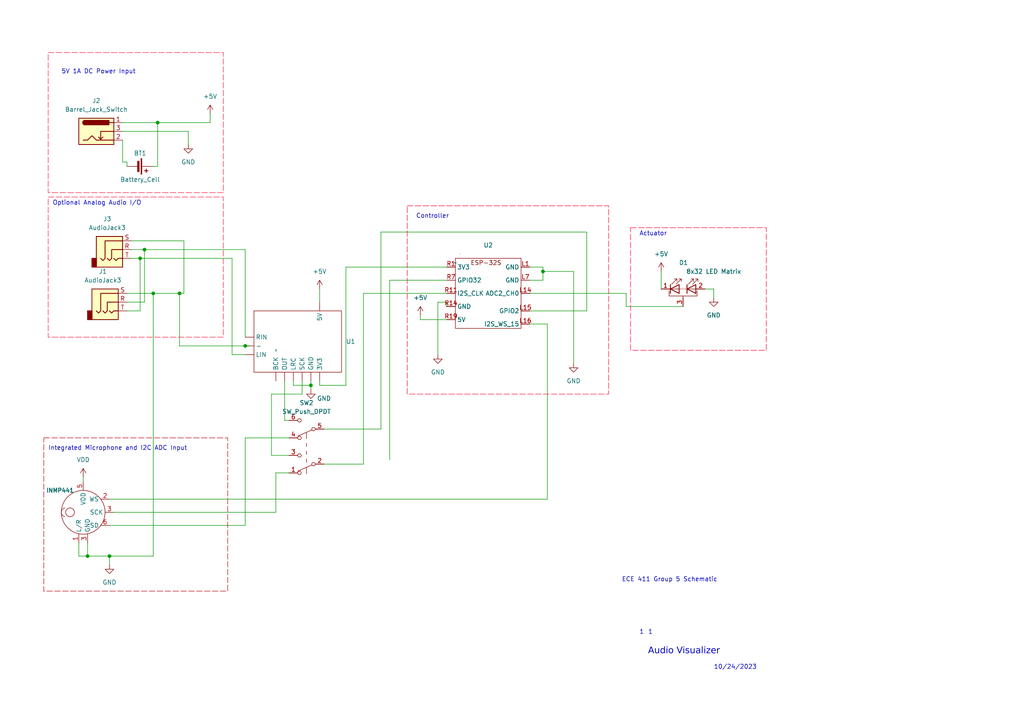
<source format=kicad_sch>
(kicad_sch (version 20230121) (generator eeschema)
  (paper "A4")
  (lib_symbols
    (symbol "Connector:Barrel_Jack_Switch" (pin_names hide)
      (property "Reference" "J" (at 0 5.334 0))
      (property "Value" "Barrel_Jack_Switch" (at 0 -5.08 0))
      (symbol "Barrel_Jack_Switch_0_1"
        (rectangle (start -5.08 3.81) (end 5.08 -3.81) (stroke (width 0.254)) (fill (type background)))
        (arc (start -3.302 3.175) (mid -3.9343 2.54) (end -3.302 1.905) (stroke (width 0.254)))
        (arc (start -3.302 3.175) (mid -3.9343 2.54) (end -3.302 1.905) (stroke (width 0.254)) (fill (type outline)))
        (polyline (pts (xy 1.27 -2.286) (xy 1.905 -1.651)) (stroke (width 0.254)))
        (polyline (pts (xy 5.08 2.54) (xy 3.81 2.54)) (stroke (width 0.254)))
        (polyline (pts (xy 5.08 0) (xy 1.27 0) (xy 1.27 -2.286) (xy 0.635 -1.651)) (stroke (width 0.254)))
        (polyline (pts (xy -3.81 -2.54) (xy -2.54 -2.54) (xy -1.27 -1.27) (xy 0 -2.54) (xy 2.54 -2.54) (xy 5.08 -2.54)) (stroke (width 0.254)))
        (rectangle (start 3.683 3.175) (end -3.302 1.905) (stroke (width 0.254)) (fill (type outline)))
      )
      (symbol "Barrel_Jack_Switch_1_1"
        (pin passive line (at 7.62 2.54 180) (length 2.54) (name "~") (number "1"))
        (pin passive line (at 7.62 -2.54 180) (length 2.54) (name "~") (number "2"))
        (pin passive line (at 7.62 0 180) (length 2.54) (name "~") (number "3"))
      )
    )
    (symbol "Connector_Audio:AudioJack3"
      (property "Reference" "J" (at 0 8.89 0))
      (property "Value" "AudioJack3" (at 0 6.35 0))
      (symbol "AudioJack3_0_1"
        (rectangle (start -5.08 -5.08) (end -6.35 -2.54) (stroke (width 0.254)) (fill (type outline)))
        (polyline (pts (xy 0 -2.54) (xy 0.635 -3.175) (xy 1.27 -2.54) (xy 2.54 -2.54)) (stroke (width 0.254)))
        (polyline (pts (xy -1.905 -2.54) (xy -1.27 -3.175) (xy -0.635 -2.54) (xy -0.635 0) (xy 2.54 0)) (stroke (width 0.254)))
        (polyline (pts (xy 2.54 2.54) (xy -2.54 2.54) (xy -2.54 -2.54) (xy -3.175 -3.175) (xy -3.81 -2.54)) (stroke (width 0.254)))
        (rectangle (start 2.54 3.81) (end -5.08 -5.08) (stroke (width 0.254)) (fill (type background)))
      )
      (symbol "AudioJack3_1_1"
        (pin passive line (at 5.08 0 180) (length 2.54) (name "~") (number "R"))
        (pin passive line (at 5.08 2.54 180) (length 2.54) (name "~") (number "S"))
        (pin passive line (at 5.08 -2.54 180) (length 2.54) (name "~") (number "T"))
      )
    )
    (symbol "Device:Battery_Cell" (pin_numbers hide) (pin_names (offset 0) hide)
      (property "Reference" "BT" (at 2.54 2.54 0))
      (property "Value" "Battery_Cell" (at 2.54 0 0))
      (symbol "Battery_Cell_0_1"
        (rectangle (start -2.286 1.778) (end 2.286 1.524) (fill (type outline)))
        (rectangle (start -1.524 1.016) (end 1.524 0.508) (fill (type outline)))
        (polyline (pts (xy 0 0.762) (xy 0 0)))
        (polyline (pts (xy 0 1.778) (xy 0 2.54)))
        (polyline (pts (xy 0.762 3.048) (xy 1.778 3.048)) (stroke (width 0.254)))
        (polyline (pts (xy 1.27 3.556) (xy 1.27 2.54)) (stroke (width 0.254)))
      )
      (symbol "Battery_Cell_1_1"
        (pin passive line (at 0 5.08 270) (length 2.54) (name "+") (number "1"))
        (pin passive line (at 0 -2.54 90) (length 2.54) (name "-") (number "2"))
      )
    )
    (symbol "Device:LED_Series_Pad" (pin_names (offset 1.016) hide)
      (property "Reference" "D" (at 0 5.715 0))
      (property "Value" "LED_Series_Pad" (at 0 3.81 0))
      (symbol "LED_Series_Pad_0_1"
        (polyline (pts (xy -3.81 0) (xy -1.016 0)))
        (polyline (pts (xy -3.683 -1.27) (xy -3.683 1.27)) (stroke (width 0.254)))
        (polyline (pts (xy -0.508 0) (xy -0.762 0)))
        (polyline (pts (xy 0 -2.54) (xy 0 -2.032)))
        (polyline (pts (xy 0.127 0) (xy -0.127 0)))
        (polyline (pts (xy 0.508 0) (xy 0.762 0)))
        (polyline (pts (xy 1.016 0) (xy 3.81 0)))
        (polyline (pts (xy 1.143 -1.27) (xy 1.143 1.27)) (stroke (width 0.254)))
        (polyline (pts (xy -4.064 -0.508) (xy -4.064 -2.032) (xy 4.064 -2.032) (xy 4.064 -0.508)))
        (polyline (pts (xy -1.143 -1.27) (xy -1.143 1.27) (xy -3.683 0) (xy -1.143 -1.27)) (stroke (width 0.254)))
        (polyline (pts (xy 3.683 -1.27) (xy 3.683 1.27) (xy 1.143 0) (xy 3.683 -1.27)) (stroke (width 0.254)))
        (polyline (pts (xy -3.302 1.397) (xy -1.778 2.921) (xy -2.54 2.921) (xy -1.778 2.921) (xy -1.778 2.159)))
        (polyline (pts (xy -2.032 1.397) (xy -0.508 2.921) (xy -1.27 2.921) (xy -0.508 2.921) (xy -0.508 2.159)))
        (polyline (pts (xy 1.524 1.397) (xy 3.048 2.921) (xy 2.286 2.921) (xy 3.048 2.921) (xy 3.048 2.159)))
        (polyline (pts (xy 2.794 1.397) (xy 4.318 2.921) (xy 3.556 2.921) (xy 4.318 2.921) (xy 4.318 2.159)))
      )
      (symbol "LED_Series_Pad_1_1"
        (pin passive line (at -6.35 0 0) (length 2.54) (name "K") (number "1"))
        (pin passive line (at 6.35 0 180) (length 2.54) (name "A") (number "2"))
        (pin passive line (at 0 -5.08 90) (length 2.54) (name "PAD") (number "3"))
      )
    )
    (symbol "ESP32_Spectogram_controller_1"
      (property "Reference" "U" (at 12.7 -6.35 0))
      (symbol "ESP32_Spectogram_controller_1_0_1"
        (rectangle (start 15.24 -8.89) (end 34.29 -29.21))
        (rectangle (start 16.51 -7.62) (end 16.51 -7.62))
      )
      (symbol "ESP32_Spectogram_controller_1_1_1"
        (text "ESP-32S" (at 24.13 -10.16 0) (effects (font (size 1.27 1.27))))
        (pin input line (at 36.83 -11.43 180) (length 2.54) (name "GND") (number "L1"))
        (pin input line (at 36.83 -19.05 180) (length 2.54) (name "ADC2_CH0") (number "L14"))
        (pin input line (at 36.83 -24.13 180) (length 2.54) (name "GPIO2") (number "L15"))
        (pin input line (at 36.83 -27.94 180) (length 2.54) (name "I2S_WS_15") (number "L16"))
        (pin input line (at 36.83 -15.24 180) (length 2.54) (name "GND") (number "L7"))
        (pin power_out line (at 12.7 -11.43 0) (length 2.54) (name "3V3") (number "R1"))
        (pin input line (at 12.7 -19.05 0) (length 2.54) (name "I2S_CLK") (number "R11"))
        (pin input line (at 12.7 -22.86 0) (length 2.54) (name "GND") (number "R14"))
        (pin power_out line (at 12.7 -26.67 0) (length 2.54) (name "5V") (number "R19"))
        (pin input line (at 12.7 -15.24 0) (length 2.54) (name "GPIO32") (number "R7"))
      )
    )
    (symbol "MCU_Module:CJMCU-1808"
      (property "Reference" "U" (at -3.81 -5.08 0))
      (symbol "CJMCU-1808_0_1"
        (rectangle (start -11.43 6.35) (end 6.35 -19.05))
      )
      (symbol "CJMCU-1808_1_1"
        (pin input line (at -1.27 8.89 270) (length 2.54) (name "-") (number ""))
        (pin power_in line (at 8.89 -12.7 180) (length 2.54) (name "3V3") (number ""))
        (pin power_in line (at -13.97 -12.7 0) (length 2.54) (name "5V") (number ""))
        (pin input line (at 8.89 0 180) (length 2.54) (name "BCK") (number ""))
        (pin power_out line (at 8.89 -10.16 180) (length 2.54) (name "GND") (number ""))
        (pin input line (at 1.27 8.89 270) (length 2.54) (name "LIN") (number ""))
        (pin input line (at 8.89 -5.08 180) (length 2.54) (name "LRC") (number ""))
        (pin input line (at 8.89 -2.54 180) (length 2.54) (name "OUT") (number ""))
        (pin input line (at -3.81 8.89 270) (length 2.54) (name "RIN") (number ""))
        (pin input line (at 8.89 -7.62 180) (length 2.54) (name "SCK") (number ""))
      )
    )
    (symbol "Sensor_Audio:SPH0645LM4H"
      (property "Value" "INMP441" (at -2.54 1.27 0))
      (symbol "SPH0645LM4H_0_1"
        (rectangle (start -6.35 0) (end -6.35 0))
        (arc (start -5.3312 1.27) (mid -6.3746 0) (end -5.3312 -1.27))
        (circle (center -3.81 0) (radius 1.27))
        (circle (center 0 0) (radius 6.35))
      )
      (symbol "SPH0645LM4H_1_1"
        (pin output line (at -1.27 -8.89 90) (length 2.54) (name "L/R") (number "1"))
        (pin output line (at 7.62 3.81 180) (length 2.54) (name "WS") (number "2"))
        (pin power_out line (at 1.27 -8.89 90) (length 2.54) (name "GND") (number "3"))
        (pin input line (at 8.89 0 180) (length 2.54) (name "SCK") (number "3"))
        (pin power_in line (at 0 8.89 270) (length 2.54) (name "VDD") (number "5"))
        (pin output line (at 7.62 -3.81 180) (length 2.54) (name "SD") (number "6"))
      )
    )
    (symbol "Switch:SW_Push_DPDT" (pin_names (offset 0) hide)
      (property "Reference" "SW" (at 0 8.89 0))
      (property "Value" "SW_Push_DPDT" (at 0 -10.16 0))
      (symbol "SW_Push_DPDT_0_0"
        (circle (center -2.032 -5.08) (radius 0.508))
        (circle (center -2.032 5.08) (radius 0.508))
        (circle (center 2.032 -7.62) (radius 0.508))
        (circle (center 2.032 2.54) (radius 0.508))
      )
      (symbol "SW_Push_DPDT_0_1"
        (polyline (pts (xy -1.524 -4.826) (xy 2.54 -3.048)))
        (polyline (pts (xy -1.524 5.334) (xy 2.54 7.112)))
        (polyline (pts (xy 0 -2.286) (xy 0 -4.064)))
        (polyline (pts (xy 0 -1.016) (xy 0 0)))
        (polyline (pts (xy 0 1.27) (xy 0 2.286)))
        (polyline (pts (xy 0 3.556) (xy 0 4.572)))
        (polyline (pts (xy 0 7.874) (xy 0 6.096)))
        (circle (center 2.032 -2.54) (radius 0.508))
        (circle (center 2.032 7.62) (radius 0.508))
      )
      (symbol "SW_Push_DPDT_1_1"
        (pin passive line (at 5.08 7.62 180) (length 2.54) (name "A") (number "1"))
        (pin passive line (at -5.08 5.08 0) (length 2.54) (name "B") (number "2"))
        (pin passive line (at 5.08 2.54 180) (length 2.54) (name "C") (number "3"))
        (pin passive line (at 5.08 -2.54 180) (length 2.54) (name "A") (number "4"))
        (pin passive line (at -5.08 -5.08 0) (length 2.54) (name "B") (number "5"))
        (pin passive line (at 5.08 -7.62 180) (length 2.54) (name "C") (number "6"))
      )
    )
    (symbol "power:+5V" (power) (pin_names (offset 0))
      (property "Value" "+5V" (at 0 3.556 0))
      (symbol "+5V_0_1"
        (polyline (pts (xy -0.762 1.27) (xy 0 2.54)))
        (polyline (pts (xy 0 0) (xy 0 2.54)))
        (polyline (pts (xy 0 2.54) (xy 0.762 1.27)))
      )
      (symbol "+5V_1_1"
        (pin power_in line (at 0 0 90) (length 0) hide (name "+5V") (number "1"))
      )
    )
    (symbol "power:GND" (power) (pin_names (offset 0))
      (property "Value" "GND" (at 0 -3.81 0))
      (symbol "GND_0_1"
        (polyline (pts (xy 0 0) (xy 0 -1.27) (xy 1.27 -1.27) (xy 0 -2.54) (xy -1.27 -1.27) (xy 0 -1.27)))
      )
      (symbol "GND_1_1"
        (pin power_in line (at 0 0 270) (length 0) hide (name "GND") (number "1"))
      )
    )
    (symbol "power:VDD" (power) (pin_names (offset 0))
      (property "Value" "VDD" (at 0 3.81 0))
      (symbol "VDD_0_1"
        (polyline (pts (xy -0.762 1.27) (xy 0 2.54)))
        (polyline (pts (xy 0 0) (xy 0 2.54)))
        (polyline (pts (xy 0 2.54) (xy 0.762 1.27)))
      )
      (symbol "VDD_1_1"
        (pin power_in line (at 0 0 90) (length 0) hide (name "VDD") (number "1"))
      )
    )
  )
  (junction (at 90.17 111.76))
  (junction (at 44.45 85.09))
  (junction (at 71.12 100.33))
  (junction (at 40.64 74.93))
  (junction (at 31.75 161.29))
  (junction (at 157.48 78.74))
  (junction (at 45.72 35.56))
  (junction (at 52.07 85.09))
  (junction (at 41.91 72.39))
  (junction (at 25.4 161.29))
  (wire (pts (xy 60.96 35.56) (xy 45.72 35.56)))
  (wire (pts (xy 92.71 83.82) (xy 92.71 87.63)))
  (wire (pts (xy 44.45 85.09) (xy 44.45 161.29)))
  (wire (pts (xy 22.86 161.29) (xy 25.4 161.29)))
  (wire (pts (xy 87.63 110.49) (xy 87.63 114.3)))
  (wire (pts (xy 67.31 102.87) (xy 71.12 102.87)))
  (wire (pts (xy 36.83 90.17) (xy 40.64 90.17)))
  (wire (pts (xy 80.01 137.16) (xy 80.01 148.59)))
  (wire (pts (xy 78.74 132.08) (xy 83.82 132.08)))
  (wire (pts (xy 83.82 127) (xy 71.12 127)))
  (wire (pts (xy 157.48 78.74) (xy 157.48 81.28)))
  (wire (pts (xy 85.09 110.49) (xy 85.09 111.76)))
  (wire (pts (xy 129.54 87.63) (xy 129.54 88.9)))
  (wire (pts (xy 181.61 88.9) (xy 198.12 88.9)))
  (wire (pts (xy 82.55 110.49) (xy 82.55 121.92)))
  (wire (pts (xy 35.56 38.1) (xy 54.61 38.1)))
  (wire (pts (xy 105.41 85.09) (xy 105.41 134.62)))
  (wire (pts (xy 25.4 161.29) (xy 31.75 161.29)))
  (wire (pts (xy 45.72 48.26) (xy 44.45 48.26)))
  (wire (pts (xy 113.03 81.28) (xy 129.54 81.28)))
  (wire (pts (xy 45.72 48.26) (xy 45.72 35.56)))
  (wire (pts (xy 71.12 72.39) (xy 71.12 97.79)))
  (wire (pts (xy 31.75 161.29) (xy 31.75 163.83)))
  (wire (pts (xy 36.83 46.99) (xy 35.56 46.99)))
  (wire (pts (xy 78.74 114.3) (xy 78.74 132.08)))
  (wire (pts (xy 31.75 161.29) (xy 44.45 161.29)))
  (wire (pts (xy 90.17 111.76) (xy 90.17 113.03)))
  (wire (pts (xy 36.83 85.09) (xy 44.45 85.09)))
  (wire (pts (xy 83.82 137.16) (xy 80.01 137.16)))
  (wire (pts (xy 85.09 111.76) (xy 90.17 111.76)))
  (wire (pts (xy 153.67 77.47) (xy 157.48 77.47)))
  (wire (pts (xy 204.47 83.82) (xy 207.01 83.82)))
  (wire (pts (xy 53.34 69.85) (xy 53.34 85.09)))
  (wire (pts (xy 71.12 127) (xy 71.12 152.4)))
  (wire (pts (xy 40.64 74.93) (xy 40.64 90.17)))
  (wire (pts (xy 158.75 93.98) (xy 153.67 93.98)))
  (wire (pts (xy 158.75 93.98) (xy 158.75 144.78)))
  (wire (pts (xy 129.54 85.09) (xy 105.41 85.09)))
  (wire (pts (xy 52.07 100.33) (xy 71.12 100.33)))
  (wire (pts (xy 127 87.63) (xy 127 102.87)))
  (wire (pts (xy 31.75 144.78) (xy 158.75 144.78)))
  (wire (pts (xy 110.49 124.46) (xy 93.98 124.46)))
  (wire (pts (xy 41.91 72.39) (xy 71.12 72.39)))
  (wire (pts (xy 40.64 74.93) (xy 67.31 74.93)))
  (wire (pts (xy 82.55 121.92) (xy 83.82 121.92)))
  (wire (pts (xy 41.91 87.63) (xy 36.83 87.63)))
  (wire (pts (xy 90.17 111.76) (xy 90.17 110.49)))
  (wire (pts (xy 38.1 72.39) (xy 41.91 72.39)))
  (wire (pts (xy 191.77 78.74) (xy 191.77 83.82)))
  (wire (pts (xy 67.31 74.93) (xy 67.31 102.87)))
  (wire (pts (xy 207.01 83.82) (xy 207.01 86.36)))
  (wire (pts (xy 87.63 114.3) (xy 78.74 114.3)))
  (wire (pts (xy 181.61 85.09) (xy 153.67 85.09)))
  (wire (pts (xy 54.61 38.1) (xy 54.61 41.91)))
  (wire (pts (xy 24.13 138.43) (xy 24.13 139.7)))
  (wire (pts (xy 129.54 77.47) (xy 100.33 77.47)))
  (wire (pts (xy 121.92 91.44) (xy 121.92 92.71)))
  (wire (pts (xy 35.56 35.56) (xy 45.72 35.56)))
  (wire (pts (xy 100.33 111.76) (xy 92.71 111.76)))
  (wire (pts (xy 44.45 85.09) (xy 52.07 85.09)))
  (wire (pts (xy 60.96 33.02) (xy 60.96 35.56)))
  (wire (pts (xy 25.4 161.29) (xy 25.4 157.48)))
  (wire (pts (xy 129.54 92.71) (xy 121.92 92.71)))
  (wire (pts (xy 38.1 69.85) (xy 53.34 69.85)))
  (wire (pts (xy 71.12 100.33) (xy 72.39 100.33)))
  (wire (pts (xy 41.91 72.39) (xy 41.91 87.63)))
  (wire (pts (xy 113.03 133.35) (xy 113.03 81.28)))
  (wire (pts (xy 110.49 67.31) (xy 170.18 67.31)))
  (wire (pts (xy 129.54 87.63) (xy 127 87.63)))
  (wire (pts (xy 105.41 134.62) (xy 93.98 134.62)))
  (wire (pts (xy 22.86 157.48) (xy 22.86 161.29)))
  (wire (pts (xy 166.37 78.74) (xy 166.37 105.41)))
  (wire (pts (xy 33.02 148.59) (xy 80.01 148.59)))
  (wire (pts (xy 157.48 77.47) (xy 157.48 78.74)))
  (wire (pts (xy 36.83 46.99) (xy 36.83 48.26)))
  (wire (pts (xy 157.48 78.74) (xy 166.37 78.74)))
  (wire (pts (xy 110.49 67.31) (xy 110.49 124.46)))
  (wire (pts (xy 181.61 88.9) (xy 181.61 85.09)))
  (wire (pts (xy 170.18 67.31) (xy 170.18 90.17)))
  (wire (pts (xy 153.67 81.28) (xy 157.48 81.28)))
  (wire (pts (xy 52.07 85.09) (xy 53.34 85.09)))
  (wire (pts (xy 38.1 74.93) (xy 40.64 74.93)))
  (wire (pts (xy 100.33 77.47) (xy 100.33 111.76)))
  (wire (pts (xy 31.75 152.4) (xy 71.12 152.4)))
  (wire (pts (xy 92.71 111.76) (xy 92.71 110.49)))
  (wire (pts (xy 52.07 85.09) (xy 52.07 100.33)))
  (wire (pts (xy 170.18 90.17) (xy 153.67 90.17)))
  (wire (pts (xy 35.56 46.99) (xy 35.56 40.64)))
  (rectangle (start 182.88 66.04) (end 222.25 101.6) (stroke (width 0) (type dash) (color 255 12 62 1)))
  (rectangle (start 13.97 57.15) (end 64.77 97.79) (stroke (width 0) (type dash) (color 255 31 64 1)))
  (rectangle (start 12.7 127) (end 66.04 171.45) (stroke (width 0) (type dash) (color 191 12 21 1)))
  (rectangle (start 13.97 15.24) (end 64.77 55.88) (stroke (width 0) (type dash) (color 255 31 64 1)))
  (rectangle (start 118.11 59.69) (end 176.53 114.3) (stroke (width 0) (type dash) (color 255 11 46 1)))
  (text "Audio Visualizer" (at 187.96 190.5 0) (effects (font (size 1.87 1.87) italic) (justify left bottom)))
  (text "ECE 411 Group 5 Schematic " (at 180.34 168.91 0) (effects (font (size 1.27 1.27)) (justify left bottom)))
  (text "1" (at 185.42 184.15 0) (effects (font (size 1.27 1.27)) (justify left bottom)))
  (text "1" (at 187.96 184.15 0) (effects (font (size 1.27 1.27)) (justify left bottom)))
  (text "Optional Analog Audio I/O" (at 15.24 59.69 0) (effects (font (size 1.27 1.27)) (justify left bottom)))
  (text "Actuator" (at 185.42 68.58 0) (effects (font (size 1.27 1.27)) (justify left bottom)))
  (text "5V 1A DC Power Input" (at 17.78 21.59 0) (effects (font (size 1.27 1.27)) (justify left bottom)))
  (text "Integrated Microphone and I2C ADC Input\n" (at 13.97 130.81 0) (effects (font (size 1.27 1.27)) (justify left bottom)))
  (text "10/24/2023" (at 207.01 194.31 0) (effects (font (size 1.27 1.27)) (justify left bottom)))
  (text "Controller" (at 120.65 63.5 0) (effects (font (size 1.27 1.27)) (justify left bottom)))
  (symbol (lib_id "power:+5V") (at 60.96 33.02 0) (unit 1)
    (property "Reference" "#PWR010" (effects hide))
    (property "Value" "+5V" (at 60.96 27.94 0))
  )
  (symbol (lib_id "Connector_Audio:AudioJack3") (at 31.75 87.63 0) (unit 1)
    (property "Reference" "J1" (at 29.845 78.74 0))
    (property "Value" "AudioJack3" (at 29.845 81.28 0))
  )
  (symbol (lib_id "Switch:SW_Push_DPDT") (at 88.9 129.54 180) (unit 1)
    (property "Reference" "SW2" (at 88.9 116.84 0))
    (property "Value" "SW_Push_DPDT" (at 88.9 119.38 0))
  )
  (symbol (lib_name "ESP32_Spectogram_controller_1") (lib_id "MCU_Module:ESP32_Spectogram_controller") (at 116.84 66.04 0) (unit 1)
    (property "Reference" "U2" (at 141.605 71.12 0))
    (property "Value" "~" (at 132.08 76.2 0))
  )
  (symbol (lib_id "MCU_Module:CJMCU-1808") (at 80.01 101.6 90) (mirror x) (unit 1)
    (property "Reference" "U1" (at 100.33 99.06 90) (effects (justify right)))
    (property "Value" "~" (at 80.01 101.6 0))
  )
  (symbol (lib_id "Connector_Audio:AudioJack3") (at 33.02 72.39 0) (unit 1)
    (property "Reference" "J3" (at 31.115 63.5 0))
    (property "Value" "AudioJack3" (at 31.115 66.04 0))
  )
  (symbol (lib_id "power:GND") (at 54.61 41.91 0) (unit 1)
    (property "Reference" "#PWR09" (effects hide))
    (property "Value" "GND" (at 54.61 46.99 0))
  )
  (symbol (lib_id "Device:LED_Series_Pad") (at 198.12 83.82 0) (unit 1)
    (property "Reference" "D1" (at 198.247 76.2 0))
    (property "Value" "8x32 LED Matrix" (at 207.01 78.74 0))
  )
  (symbol (lib_id "Device:Battery_Cell") (at 39.37 48.26 270) (unit 1)
    (property "Reference" "BT1" (at 40.64 44.45 90))
    (property "Value" "Battery_Cell" (at 40.64 52.07 90))
  )
  (symbol (lib_id "power:GND") (at 207.01 86.36 0) (unit 1)
    (property "Reference" "#PWR05" (effects hide))
    (property "Value" "GND" (at 207.01 91.44 0))
  )
  (symbol (lib_id "power:GND") (at 31.75 163.83 0) (unit 1)
    (property "Reference" "#PWR03" (effects hide))
    (property "Value" "GND" (at 31.75 168.91 0))
  )
  (symbol (lib_id "power:+5V") (at 121.92 91.44 0) (unit 1)
    (property "Reference" "#PWR08" (effects hide))
    (property "Value" "+5V" (at 121.92 86.36 0))
  )
  (symbol (lib_id "power:VDD") (at 24.13 138.43 0) (unit 1)
    (property "Reference" "#PWR011" (effects hide))
    (property "Value" "VDD" (at 24.13 133.35 0))
  )
  (symbol (lib_id "power:+5V") (at 92.71 83.82 0) (unit 1)
    (property "Reference" "#PWR01" (effects hide))
    (property "Value" "+5V" (at 92.71 78.74 0))
  )
  (symbol (lib_id "power:+5V") (at 191.77 78.74 0) (unit 1)
    (property "Reference" "#PWR06" (effects hide))
    (property "Value" "+5V" (at 191.77 73.66 0))
  )
  (symbol (lib_id "power:GND") (at 166.37 105.41 0) (unit 1)
    (property "Reference" "#PWR04" (effects hide))
    (property "Value" "GND" (at 166.37 110.49 0))
  )
  (symbol (lib_id "power:GND") (at 90.17 113.03 0) (unit 1)
    (property "Reference" "#PWR02" (effects hide))
    (property "Value" "GND" (at 93.98 115.57 0))
  )
  (symbol (lib_id "Sensor_Audio:SPH0645LM4H") (at 24.13 148.59 0) (unit 1)
    (property "Reference" "Mic1" (effects hide))
    (property "Value" "INMP441" (at 21.59 142.24 0) (effects (font (size 1.2 1.2) bold) (justify right)))
  )
  (symbol (lib_id "Connector:Barrel_Jack_Switch") (at 27.94 38.1 0) (unit 1)
    (property "Reference" "J2" (at 27.94 29.21 0))
    (property "Value" "Barrel_Jack_Switch" (at 27.94 31.75 0))
  )
  (symbol (lib_id "power:GND") (at 127 102.87 0) (unit 1)
    (property "Reference" "#PWR07" (effects hide))
    (property "Value" "GND" (at 127 107.95 0))
  )
)
</source>
